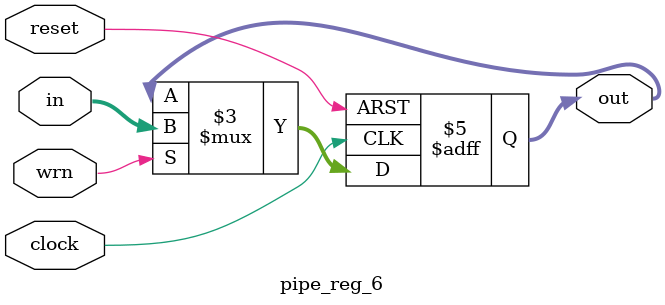
<source format=v>
module pipe_reg_6(
	input [5:0] in,
    input clock,
	input reset,
	input wrn,
	output reg [5:0]out
	);
 
	always @(posedge clock,negedge reset) 
	begin
		if(!reset)
			out <= 6'b000000;
		else 
			if(wrn)
				out <= in;
	end	
endmodule 
</source>
